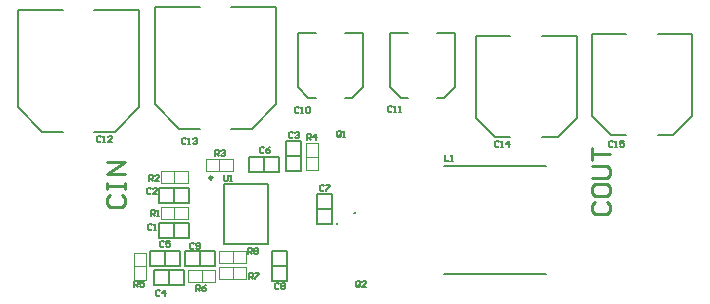
<source format=gto>
G04 Layer_Color=16777215*
%FSTAX44Y44*%
%MOMM*%
G71*
G01*
G75*
%ADD22C,0.2540*%
%ADD23C,0.1270*%
%ADD29C,0.2500*%
%ADD30C,0.2000*%
%ADD31C,0.1016*%
G36*
X06938396Y08451721D02*
X06938677Y08451439D01*
X06938829Y08451072D01*
Y08450873D01*
Y08450674D01*
X06938677Y08450306D01*
X06938396Y08450025D01*
X06938029Y08449873D01*
X06937631D01*
X06937263Y08450025D01*
X06936982Y08450306D01*
X0693683Y08450674D01*
Y08450873D01*
Y08451072D01*
X06936982Y08451439D01*
X06937263Y08451721D01*
X06937631Y08451873D01*
X06938029D01*
X06938396Y08451721D01*
D02*
G37*
G36*
X06953231Y08460927D02*
X06953512Y08460646D01*
X06953664Y08460278D01*
Y08460079D01*
Y08459881D01*
X06953512Y08459513D01*
X06953231Y08459232D01*
X06952863Y0845908D01*
X06952465D01*
X06952098Y08459232D01*
X06951816Y08459513D01*
X06951664Y08459881D01*
Y08460079D01*
Y08460278D01*
X06951816Y08460646D01*
X06952098Y08460927D01*
X06952465Y0846108D01*
X06952863D01*
X06953231Y08460927D01*
D02*
G37*
D22*
X07156554Y08469407D02*
X07154015Y08466868D01*
Y08461789D01*
X07156554Y0845925D01*
X07166711D01*
X0716925Y08461789D01*
Y08466868D01*
X07166711Y08469407D01*
X07154015Y08482103D02*
Y08477025D01*
X07156554Y08474485D01*
X07166711D01*
X0716925Y08477025D01*
Y08482103D01*
X07166711Y08484642D01*
X07156554D01*
X07154015Y08482103D01*
Y0848972D02*
X07166711D01*
X0716925Y0849226D01*
Y08497338D01*
X07166711Y08499877D01*
X07154015D01*
Y08504955D02*
Y08515112D01*
Y08510034D01*
X0716925D01*
X06745304Y08474907D02*
X06742765Y08472368D01*
Y08467289D01*
X06745304Y0846475D01*
X06755461D01*
X06758Y08467289D01*
Y08472368D01*
X06755461Y08474907D01*
X06742765Y08479985D02*
Y08485063D01*
Y08482524D01*
X06758D01*
Y08479985D01*
Y08485063D01*
Y08492681D02*
X06742765D01*
X06758Y08502838D01*
X06742765D01*
D23*
X068127Y08438535D02*
Y08451235D01*
X067873Y08438535D02*
X068127D01*
X067873Y08451235D02*
X068127D01*
X067873Y08438535D02*
Y08451235D01*
X068Y08438535D02*
Y08451235D01*
X068127Y08468765D02*
Y08481465D01*
X067873Y08468765D02*
X068127D01*
X067873Y08481465D02*
X068127D01*
X067873Y08468765D02*
Y08481465D01*
X068Y08468765D02*
Y08481465D01*
X06894885Y0852095D02*
X06907585D01*
Y0849555D02*
Y0852095D01*
X06894885Y0849555D02*
Y0852095D01*
Y0849555D02*
X06907585D01*
X06894885Y0850825D02*
X06907585D01*
X06807966Y08398732D02*
Y08411432D01*
X06782566Y08398732D02*
X06807966D01*
X06782566Y08411432D02*
X06807966D01*
X06782566Y08398732D02*
Y08411432D01*
X06795266Y08398732D02*
Y08411432D01*
X06805172Y08415245D02*
Y08427945D01*
X06779772Y08415245D02*
X06805172D01*
X06779772Y08427945D02*
X06805172D01*
X06779772Y08415245D02*
Y08427945D01*
X06792472Y08415245D02*
Y08427945D01*
X0688895Y08494801D02*
Y08507501D01*
X0686355Y08494801D02*
X0688895D01*
X0686355Y08507501D02*
X0688895D01*
X0686355Y08494801D02*
Y08507501D01*
X0687625Y08494801D02*
Y08507501D01*
X06920952Y08476487D02*
X06933652D01*
Y08451088D02*
Y08476487D01*
X06920952Y08451088D02*
Y08476487D01*
Y08451088D02*
X06933652D01*
X06920952Y08463787D02*
X06933652D01*
X0688315Y08427945D02*
X0689585D01*
Y08402545D02*
Y08427945D01*
X0688315Y08402545D02*
Y08427945D01*
Y08402545D02*
X0689585D01*
X0688315Y08415245D02*
X0689585D01*
X06808984D02*
Y08427945D01*
X06834385D01*
X06808984Y08415245D02*
X06834385D01*
Y08427945D01*
X06821685Y08415245D02*
Y08427945D01*
X069595Y08566417D02*
Y08612292D01*
X0694425D02*
X069595D01*
X069045D02*
X0691975D01*
X069045Y08566417D02*
Y08612292D01*
X0694425Y08557292D02*
X06950375D01*
X069595Y08566417D01*
X069045D02*
X06913625Y08557292D01*
X0691975D01*
X07037543Y08566417D02*
Y08612292D01*
X07022292D02*
X07037543D01*
X06982543D02*
X06997792D01*
X06982543Y08566417D02*
Y08612292D01*
X07022292Y08557292D02*
X07028417D01*
X07037543Y08566417D01*
X06982543D02*
X06991667Y08557292D01*
X06997792D01*
X06770415Y085497D02*
Y08631824D01*
X06731665D02*
X06770415D01*
X06667415D02*
X06706165D01*
X06667415Y085497D02*
Y08631824D01*
X06731665Y08528824D02*
X0674954D01*
X06770415Y085497D01*
X06667415D02*
X0668829Y08528824D01*
X06706165D01*
X06886458Y08552009D02*
Y08634134D01*
X06847708D02*
X06886458D01*
X06783458D02*
X06822208D01*
X06783458Y08552009D02*
Y08634134D01*
X06847708Y08531133D02*
X06865582D01*
X06886458Y08552009D01*
X06783458D02*
X06804332Y08531133D01*
X06822208D01*
X07140585Y085405D02*
Y086095D01*
X07111585D02*
X07140585D01*
X07055585D02*
X07084585D01*
X07055585Y085405D02*
Y086095D01*
X07111585Y085245D02*
X07124585D01*
X07140585Y085405D01*
X07055585D02*
X07071585Y085245D01*
X07084585D01*
X07238627Y08542372D02*
Y08611373D01*
X07209628D02*
X07238627D01*
X07153627D02*
X07182628D01*
X07153627Y08542372D02*
Y08611373D01*
X07209628Y08526373D02*
X07222628D01*
X07238627Y08542372D01*
X07153627D02*
X07169628Y08526373D01*
X07182628D01*
X06842Y08433873D02*
X06879D01*
X06842Y08484872D02*
X06879D01*
Y08433873D02*
Y08484872D01*
X06842Y08433873D02*
Y08484872D01*
X06780886Y08449982D02*
X06780039Y08450828D01*
X06778347D01*
X067775Y08449982D01*
Y08446597D01*
X06778347Y0844575D01*
X06780039D01*
X06780886Y08446597D01*
X06782578Y0844575D02*
X06784271D01*
X06783425D01*
Y08450828D01*
X06782578Y08449982D01*
X06780635Y08480232D02*
X06779789Y08481078D01*
X06778096D01*
X0677725Y08480232D01*
Y08476846D01*
X06778096Y08476D01*
X06779789D01*
X06780635Y08476846D01*
X06785714Y08476D02*
X06782328D01*
X06785714Y08479385D01*
Y08480232D01*
X06784868Y08481078D01*
X06783174D01*
X06782328Y08480232D01*
X06900502Y08527994D02*
X06899656Y08528841D01*
X06897963D01*
X06897117Y08527994D01*
Y08524609D01*
X06897963Y08523762D01*
X06899656D01*
X06900502Y08524609D01*
X06902195Y08527994D02*
X06903041Y08528841D01*
X06904734D01*
X0690558Y08527994D01*
Y08527148D01*
X06904734Y08526302D01*
X06903888D01*
X06904734D01*
X0690558Y08525455D01*
Y08524609D01*
X06904734Y08523762D01*
X06903041D01*
X06902195Y08524609D01*
X06788135Y08393982D02*
X06787289Y08394828D01*
X06785596D01*
X0678475Y08393982D01*
Y08390596D01*
X06785596Y0838975D01*
X06787289D01*
X06788135Y08390596D01*
X06792368Y0838975D02*
Y08394828D01*
X06789828Y08392289D01*
X06793214D01*
X0679144Y0843504D02*
X06790594Y08435886D01*
X06788901D01*
X06788054Y0843504D01*
Y08431654D01*
X06788901Y08430807D01*
X06790594D01*
X0679144Y08431654D01*
X06796519Y08435886D02*
X06793133D01*
Y08433347D01*
X06794825Y08434193D01*
X06795672D01*
X06796519Y08433347D01*
Y08431654D01*
X06795672Y08430807D01*
X06793979D01*
X06793133Y08431654D01*
X06875635Y08515233D02*
X06874789Y08516079D01*
X06873096D01*
X0687225Y08515233D01*
Y08511847D01*
X06873096Y08511001D01*
X06874789D01*
X06875635Y08511847D01*
X06880714Y08516079D02*
X06879021Y08515233D01*
X06877328Y0851354D01*
Y08511847D01*
X06878174Y08511001D01*
X06879868D01*
X06880714Y08511847D01*
Y08512693D01*
X06879868Y0851354D01*
X06877328D01*
X06926385Y08482982D02*
X06925539Y08483828D01*
X06923846D01*
X06923Y08482982D01*
Y08479597D01*
X06923846Y0847875D01*
X06925539D01*
X06926385Y08479597D01*
X06928078Y08483828D02*
X06931464D01*
Y08482982D01*
X06928078Y08479597D01*
Y0847875D01*
X06888885Y08399732D02*
X06888039Y08400578D01*
X06886346D01*
X068855Y08399732D01*
Y08396346D01*
X06886346Y083955D01*
X06888039D01*
X06888885Y08396346D01*
X06890578Y08399732D02*
X06891425Y08400578D01*
X06893118D01*
X06893964Y08399732D01*
Y08398885D01*
X06893118Y08398039D01*
X06893964Y08397193D01*
Y08396346D01*
X06893118Y083955D01*
X06891425D01*
X06890578Y08396346D01*
Y08397193D01*
X06891425Y08398039D01*
X06890578Y08398885D01*
Y08399732D01*
X06891425Y08398039D02*
X06893118D01*
X06816447Y0843404D02*
X068156Y08434886D01*
X06813907D01*
X06813061Y0843404D01*
Y08430654D01*
X06813907Y08429808D01*
X068156D01*
X06816447Y08430654D01*
X0681814D02*
X06818986Y08429808D01*
X06820679D01*
X06821525Y08430654D01*
Y0843404D01*
X06820679Y08434886D01*
X06818986D01*
X0681814Y0843404D01*
Y08433193D01*
X06818986Y08432347D01*
X06821525D01*
X07029Y08509328D02*
Y0850425D01*
X07032386D01*
X07034078D02*
X07035771D01*
X07034925D01*
Y08509328D01*
X07034078Y08508482D01*
X06941136Y08525596D02*
Y08528982D01*
X06940289Y08529828D01*
X06938596D01*
X0693775Y08528982D01*
Y08525596D01*
X06938596Y0852475D01*
X06940289D01*
X06939443Y08526443D02*
X06941136Y0852475D01*
X06940289D02*
X06941136Y08525596D01*
X06942828Y0852475D02*
X06944521D01*
X06943675D01*
Y08529828D01*
X06942828Y08528982D01*
X06956885Y08398096D02*
Y08401482D01*
X06956039Y08402328D01*
X06954346D01*
X069535Y08401482D01*
Y08398096D01*
X06954346Y0839725D01*
X06956039D01*
X06955193Y08398943D02*
X06956885Y0839725D01*
X06956039D02*
X06956885Y08398096D01*
X06961964Y0839725D02*
X06958578D01*
X06961964Y08400635D01*
Y08401482D01*
X06961118Y08402328D01*
X06959425D01*
X06958578Y08401482D01*
X0678025Y0845775D02*
Y08462828D01*
X06782789D01*
X06783636Y08461982D01*
Y08460289D01*
X06782789Y08459443D01*
X0678025D01*
X06781943D02*
X06783636Y0845775D01*
X06785328D02*
X06787021D01*
X06786175D01*
Y08462828D01*
X06785328Y08461982D01*
X0677825Y084875D02*
Y08492578D01*
X06780789D01*
X06781636Y08491732D01*
Y08490039D01*
X06780789Y08489193D01*
X0677825D01*
X06779943D02*
X06781636Y084875D01*
X06786714D02*
X06783328D01*
X06786714Y08490886D01*
Y08491732D01*
X06785867Y08492578D01*
X06784175D01*
X06783328Y08491732D01*
X0683475Y08508D02*
Y08513079D01*
X06837289D01*
X06838135Y08512232D01*
Y08510539D01*
X06837289Y08509693D01*
X0683475D01*
X06836443D02*
X06838135Y08508D01*
X06839828Y08512232D02*
X06840675Y08513079D01*
X06842368D01*
X06843214Y08512232D01*
Y08511385D01*
X06842368Y08510539D01*
X06841521D01*
X06842368D01*
X06843214Y08509693D01*
Y08508846D01*
X06842368Y08508D01*
X06840675D01*
X06839828Y08508846D01*
X06912117Y08522012D02*
Y08527091D01*
X06914656D01*
X06915502Y08526245D01*
Y08524551D01*
X06914656Y08523705D01*
X06912117D01*
X06913809D02*
X06915502Y08522012D01*
X06919734D02*
Y08527091D01*
X06917195Y08524551D01*
X0692058D01*
X0676625Y08397D02*
Y08402078D01*
X06768789D01*
X06769636Y08401232D01*
Y08399539D01*
X06768789Y08398693D01*
X0676625D01*
X06767943D02*
X06769636Y08397D01*
X06774714Y08402078D02*
X06771328D01*
Y08399539D01*
X06773021Y08400386D01*
X06773868D01*
X06774714Y08399539D01*
Y08397847D01*
X06773868Y08397D01*
X06772175D01*
X06771328Y08397847D01*
X068185Y0839425D02*
Y08399328D01*
X06821039D01*
X06821885Y08398482D01*
Y08396789D01*
X06821039Y08395943D01*
X068185D01*
X06820193D02*
X06821885Y0839425D01*
X06826964Y08399328D02*
X06825271Y08398482D01*
X06823578Y08396789D01*
Y08395096D01*
X06824425Y0839425D01*
X06826118D01*
X06826964Y08395096D01*
Y08395943D01*
X06826118Y08396789D01*
X06823578D01*
X068635Y08404D02*
Y08409078D01*
X06866039D01*
X06866885Y08408232D01*
Y08406539D01*
X06866039Y08405693D01*
X068635D01*
X06865193D02*
X06866885Y08404D01*
X06868578Y08409078D02*
X06871964D01*
Y08408232D01*
X06868578Y08404846D01*
Y08404D01*
X0686275Y0842525D02*
Y08430328D01*
X06865289D01*
X06866136Y08429482D01*
Y08427789D01*
X06865289Y08426943D01*
X0686275D01*
X06864443D02*
X06866136Y0842525D01*
X06867828Y08429482D02*
X06868675Y08430328D01*
X06870367D01*
X06871214Y08429482D01*
Y08428636D01*
X06870367Y08427789D01*
X06871214Y08426943D01*
Y08426096D01*
X06870367Y0842525D01*
X06868675D01*
X06867828Y08426096D01*
Y08426943D01*
X06868675Y08427789D01*
X06867828Y08428636D01*
Y08429482D01*
X06868675Y08427789D02*
X06870367D01*
X0684175Y08492578D02*
Y08488347D01*
X06842596Y084875D01*
X06844289D01*
X06845135Y08488347D01*
Y08492578D01*
X06846828Y084875D02*
X06848521D01*
X06847675D01*
Y08492578D01*
X06846828Y08491732D01*
X06905635Y08548982D02*
X06904789Y08549828D01*
X06903096D01*
X0690225Y08548982D01*
Y08545596D01*
X06903096Y0854475D01*
X06904789D01*
X06905635Y08545596D01*
X06907328Y0854475D02*
X06909021D01*
X06908175D01*
Y08549828D01*
X06907328Y08548982D01*
X0691156D02*
X06912407Y08549828D01*
X069141D01*
X06914946Y08548982D01*
Y08545596D01*
X069141Y0854475D01*
X06912407D01*
X0691156Y08545596D01*
Y08548982D01*
X06984636Y08549732D02*
X06983789Y08550579D01*
X06982097D01*
X0698125Y08549732D01*
Y08546346D01*
X06982097Y085455D01*
X06983789D01*
X06984636Y08546346D01*
X06986328Y085455D02*
X06988021D01*
X06987175D01*
Y08550579D01*
X06986328Y08549732D01*
X0699056Y085455D02*
X06992253D01*
X06991407D01*
Y08550579D01*
X0699056Y08549732D01*
X06738386Y08523982D02*
X06737539Y08524828D01*
X06735847D01*
X06735Y08523982D01*
Y08520596D01*
X06735847Y0851975D01*
X06737539D01*
X06738386Y08520596D01*
X06740078Y0851975D02*
X06741771D01*
X06740925D01*
Y08524828D01*
X06740078Y08523982D01*
X06747696Y0851975D02*
X0674431D01*
X06747696Y08523135D01*
Y08523982D01*
X06746849Y08524828D01*
X06745157D01*
X0674431Y08523982D01*
X06809886Y08522982D02*
X06809039Y08523828D01*
X06807346D01*
X068065Y08522982D01*
Y08519597D01*
X06807346Y0851875D01*
X06809039D01*
X06809886Y08519597D01*
X06811578Y0851875D02*
X06813271D01*
X06812425D01*
Y08523828D01*
X06811578Y08522982D01*
X06815811D02*
X06816656Y08523828D01*
X0681835D01*
X06819196Y08522982D01*
Y08522136D01*
X0681835Y08521289D01*
X06817503D01*
X0681835D01*
X06819196Y08520443D01*
Y08519597D01*
X0681835Y0851875D01*
X06816656D01*
X06815811Y08519597D01*
X07074636Y08520232D02*
X07073789Y08521078D01*
X07072097D01*
X0707125Y08520232D01*
Y08516846D01*
X07072097Y08516D01*
X07073789D01*
X07074636Y08516846D01*
X07076328Y08516D02*
X07078021D01*
X07077175D01*
Y08521078D01*
X07076328Y08520232D01*
X07083099Y08516D02*
Y08521078D01*
X0708056Y08518539D01*
X07083946D01*
X07171885Y08519732D02*
X07171039Y08520579D01*
X07169346D01*
X071685Y08519732D01*
Y08516346D01*
X07169346Y085155D01*
X07171039D01*
X07171885Y08516346D01*
X07173578Y085155D02*
X07175271D01*
X07174424D01*
Y08520579D01*
X07173578Y08519732D01*
X07181196Y08520579D02*
X0717781D01*
Y08518039D01*
X07179503Y08518885D01*
X0718035D01*
X07181196Y08518039D01*
Y08516346D01*
X0718035Y085155D01*
X07178657D01*
X0717781Y08516346D01*
D29*
X0683225Y08489872D02*
G03*
X0683225Y08489872I-0000125J0D01*
G01*
D30*
X07028713Y08408047D02*
X07114713D01*
X07028713Y08500208D02*
X07114713D01*
D31*
X068Y0845492D02*
Y0846508D01*
X0678857Y0845492D02*
Y0846508D01*
Y0845492D02*
X0681143D01*
Y0846508D01*
X0678857D02*
X0681143D01*
X068Y08485151D02*
Y08495311D01*
X0678857Y08485151D02*
Y08495311D01*
Y08485151D02*
X0681143D01*
Y08495311D01*
X0678857D02*
X0681143D01*
X0683825Y08495423D02*
Y08505583D01*
X0684968Y08495423D02*
Y08505583D01*
X0682682D02*
X0684968D01*
X0682682Y08495423D02*
Y08505583D01*
Y08495423D02*
X0684968D01*
X06911271Y0850775D02*
X06921431D01*
X06911271Y0851918D02*
X06921431D01*
X06911271Y0849632D02*
Y0851918D01*
Y0849632D02*
X06921431D01*
Y0851918D01*
X06765927Y08415127D02*
X06776086D01*
X06765927Y08403697D02*
X06776086D01*
Y08426557D01*
X06765927D02*
X06776086D01*
X06765927Y08403697D02*
Y08426557D01*
X06823082Y084014D02*
Y08411559D01*
X06834512Y084014D02*
Y08411559D01*
X06811652D02*
X06834512D01*
X06811652Y084014D02*
Y08411559D01*
Y084014D02*
X06834512D01*
X068495Y08404193D02*
Y08414354D01*
X0683807Y08404193D02*
Y08414354D01*
Y08404193D02*
X0686093D01*
Y08414354D01*
X0683807D02*
X0686093D01*
X068495Y08417912D02*
Y08428072D01*
X0686093Y08417912D02*
Y08428072D01*
X0683807D02*
X0686093D01*
X0683807Y08417912D02*
Y08428072D01*
Y08417912D02*
X0686093D01*
M02*

</source>
